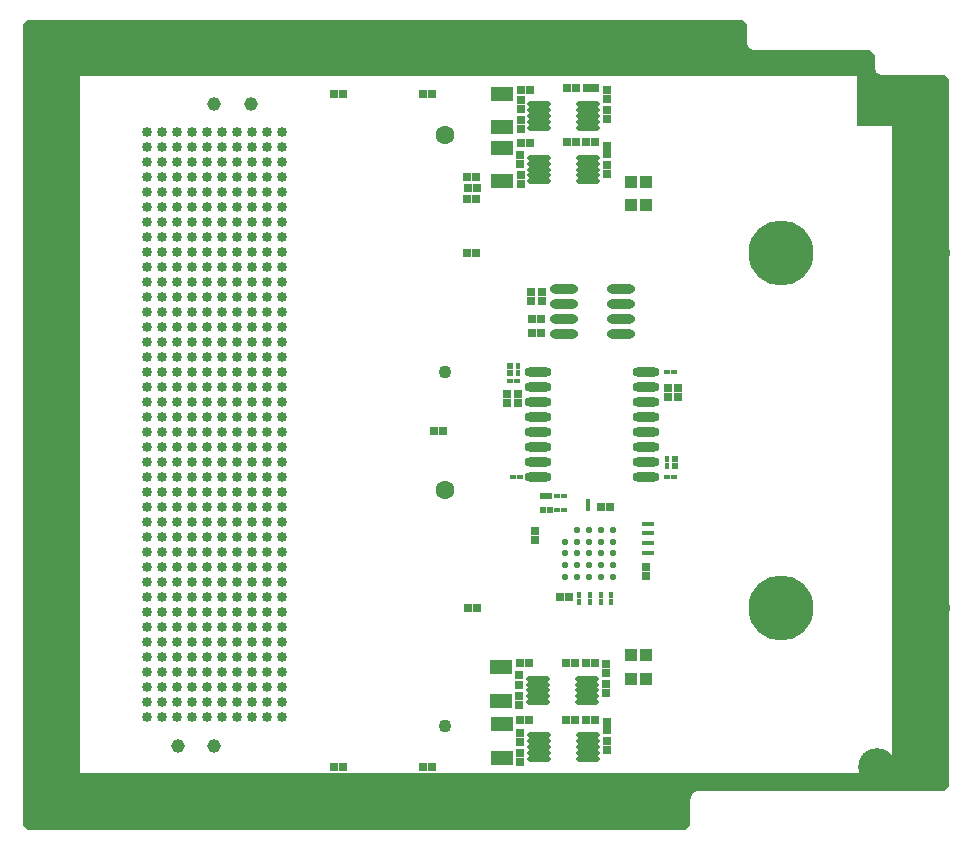
<source format=gbs>
G04*
G04 #@! TF.GenerationSoftware,Altium Limited,Altium NEXUS,4.1.1 (18)*
G04*
G04 Layer_Color=16711935*
%FSLAX44Y44*%
%MOMM*%
G71*
G04*
G04 #@! TF.SameCoordinates,414CCE93-DEC9-4F78-9D08-55E8399EB41D*
G04*
G04*
G04 #@! TF.FilePolarity,Negative*
G04*
G01*
G75*
%ADD23C,1.9000*%
%ADD26C,0.8432*%
%ADD27R,1.0532X1.1032*%
%ADD30R,0.7032X0.6532*%
%ADD31R,0.7632X0.7232*%
%ADD32C,1.1732*%
%ADD33C,5.5032*%
%ADD34C,4.6032*%
%ADD35C,1.1000*%
%ADD36C,1.6000*%
%ADD37C,3.2032*%
%ADD38C,3.7032*%
%ADD75R,0.7532X0.7032*%
%ADD76R,0.5232X0.5632*%
%ADD77R,0.4532X0.5532*%
%ADD78R,0.5532X0.4532*%
%ADD79R,0.5632X0.5232*%
%ADD80R,0.6532X0.7532*%
%ADD81C,0.5532*%
%ADD82R,0.6532X0.7032*%
%ADD83O,2.4032X0.8032*%
%ADD84R,0.7232X0.7632*%
%ADD85O,2.3032X0.8032*%
%ADD86R,1.9032X1.2532*%
%ADD87O,2.0032X0.5032*%
G36*
X430961Y654155D02*
Y639000D01*
X430981Y638901D01*
X430971Y638800D01*
X431067Y637825D01*
X431154Y637538D01*
X431212Y637244D01*
X431959Y635442D01*
X432401Y634780D01*
X433780Y633401D01*
X433780Y633401D01*
X434442Y632959D01*
X436244Y632212D01*
X436538Y632154D01*
X436825Y632067D01*
X437800Y631971D01*
X437901Y631981D01*
X438000Y631961D01*
X535155D01*
X538961Y628155D01*
Y618000D01*
X538981Y617901D01*
X538971Y617800D01*
X539067Y616825D01*
X539154Y616538D01*
X539212Y616244D01*
X539959Y614442D01*
X540401Y613780D01*
X541181Y613000D01*
X541780Y612401D01*
X541780Y612401D01*
X542442Y611959D01*
X544244Y611212D01*
X544538Y611154D01*
X544825Y611067D01*
X545800Y610971D01*
X545901Y610981D01*
X546000Y610961D01*
X598155D01*
X601961Y607155D01*
Y315000D01*
X601961Y8845D01*
X598106Y4990D01*
X390000Y5039D01*
X389901Y5019D01*
X389800Y5029D01*
X388825Y4933D01*
X388538Y4846D01*
X388244Y4788D01*
X386442Y4041D01*
X386442D01*
X386000Y3746D01*
X385780Y3599D01*
Y3599D01*
X385780D01*
X384401Y2220D01*
Y2220D01*
X384401D01*
X384254Y2000D01*
X383959Y1558D01*
Y1558D01*
X383212Y-244D01*
X383154Y-538D01*
X383067Y-825D01*
X382971Y-1800D01*
X382981Y-1901D01*
X382961Y-2000D01*
Y-24155D01*
X379155Y-27961D01*
X-178155D01*
X-181961Y-24155D01*
Y315000D01*
Y654155D01*
X-178155Y657961D01*
X427155D01*
X430961Y654155D01*
D02*
G37*
%LPC*%
G36*
X206642Y610096D02*
X206394Y610096D01*
X206150Y610047D01*
X206036Y610000D01*
X14000Y610000D01*
X-134000Y610000D01*
Y315000D01*
Y20000D01*
X14000Y20000D01*
X206035Y20000D01*
X554000Y20000D01*
Y315000D01*
Y568000D01*
X524000D01*
Y610000D01*
X207000D01*
X206885Y610047D01*
X206642Y610096D01*
D02*
G37*
%LPD*%
D23*
X469500Y160000D02*
G03*
X469500Y160000I-9500J0D01*
G01*
Y460000D02*
G03*
X469500Y460000I-9500J0D01*
G01*
X589500Y160000D02*
G03*
X589500Y160000I-9500J0D01*
G01*
Y460000D02*
G03*
X589500Y460000I-9500J0D01*
G01*
D26*
X-39050Y194350D02*
D03*
Y207050D02*
D03*
Y245150D02*
D03*
Y270550D02*
D03*
Y283250D02*
D03*
X-51750Y181650D02*
D03*
Y194350D02*
D03*
Y232450D02*
D03*
Y245150D02*
D03*
X-77150Y80050D02*
D03*
Y92750D02*
D03*
Y105450D02*
D03*
Y118150D02*
D03*
Y130850D02*
D03*
Y143550D02*
D03*
Y156250D02*
D03*
Y168950D02*
D03*
Y181650D02*
D03*
Y194350D02*
D03*
Y207050D02*
D03*
Y219750D02*
D03*
Y232450D02*
D03*
Y245150D02*
D03*
Y257850D02*
D03*
Y270550D02*
D03*
Y283250D02*
D03*
Y295950D02*
D03*
Y308650D02*
D03*
Y321350D02*
D03*
Y334050D02*
D03*
Y346750D02*
D03*
Y359450D02*
D03*
Y372150D02*
D03*
Y384850D02*
D03*
Y397550D02*
D03*
Y410250D02*
D03*
Y422950D02*
D03*
Y435650D02*
D03*
Y448350D02*
D03*
Y461050D02*
D03*
Y473750D02*
D03*
Y486450D02*
D03*
Y499150D02*
D03*
Y511850D02*
D03*
Y524550D02*
D03*
Y537250D02*
D03*
Y549950D02*
D03*
Y562650D02*
D03*
Y67350D02*
D03*
X-64450D02*
D03*
Y80050D02*
D03*
Y92750D02*
D03*
Y105450D02*
D03*
Y118150D02*
D03*
Y130850D02*
D03*
Y143550D02*
D03*
Y156250D02*
D03*
Y168950D02*
D03*
Y181650D02*
D03*
Y194350D02*
D03*
Y207050D02*
D03*
Y219750D02*
D03*
Y232450D02*
D03*
Y245150D02*
D03*
Y257850D02*
D03*
Y270550D02*
D03*
Y283250D02*
D03*
Y295950D02*
D03*
Y308650D02*
D03*
Y321350D02*
D03*
Y334050D02*
D03*
Y346750D02*
D03*
Y359450D02*
D03*
Y372150D02*
D03*
Y384850D02*
D03*
Y397550D02*
D03*
Y410250D02*
D03*
Y422950D02*
D03*
Y435650D02*
D03*
Y448350D02*
D03*
Y461050D02*
D03*
Y473750D02*
D03*
Y486450D02*
D03*
Y499150D02*
D03*
Y511850D02*
D03*
Y524550D02*
D03*
Y537250D02*
D03*
Y549950D02*
D03*
Y562650D02*
D03*
X-51750Y67350D02*
D03*
Y80050D02*
D03*
Y92750D02*
D03*
Y105450D02*
D03*
Y118150D02*
D03*
Y130850D02*
D03*
Y143550D02*
D03*
Y156250D02*
D03*
Y168950D02*
D03*
Y207050D02*
D03*
Y219750D02*
D03*
Y257850D02*
D03*
Y270550D02*
D03*
Y283250D02*
D03*
Y295950D02*
D03*
Y308650D02*
D03*
Y321350D02*
D03*
Y334050D02*
D03*
Y346750D02*
D03*
Y359450D02*
D03*
Y372150D02*
D03*
Y384850D02*
D03*
Y397550D02*
D03*
Y410250D02*
D03*
Y422950D02*
D03*
Y435650D02*
D03*
Y448350D02*
D03*
Y461050D02*
D03*
Y473750D02*
D03*
Y486450D02*
D03*
Y499150D02*
D03*
Y511850D02*
D03*
Y524550D02*
D03*
Y537250D02*
D03*
Y549950D02*
D03*
Y562650D02*
D03*
X-39050Y80050D02*
D03*
Y92750D02*
D03*
Y105450D02*
D03*
Y118150D02*
D03*
Y130850D02*
D03*
Y143550D02*
D03*
Y156250D02*
D03*
Y168950D02*
D03*
Y181650D02*
D03*
Y219750D02*
D03*
Y232450D02*
D03*
Y257850D02*
D03*
Y295950D02*
D03*
Y308650D02*
D03*
Y321350D02*
D03*
Y334050D02*
D03*
Y346750D02*
D03*
Y359450D02*
D03*
Y372150D02*
D03*
Y384850D02*
D03*
Y397550D02*
D03*
Y410250D02*
D03*
Y422950D02*
D03*
Y435650D02*
D03*
Y448350D02*
D03*
Y461050D02*
D03*
Y473750D02*
D03*
Y486450D02*
D03*
Y499150D02*
D03*
Y511850D02*
D03*
Y524550D02*
D03*
Y537250D02*
D03*
Y549950D02*
D03*
Y562650D02*
D03*
X-26350Y67350D02*
D03*
Y80050D02*
D03*
Y92750D02*
D03*
Y105450D02*
D03*
Y118150D02*
D03*
Y130850D02*
D03*
Y143550D02*
D03*
Y156250D02*
D03*
Y168950D02*
D03*
Y181650D02*
D03*
Y194350D02*
D03*
Y207050D02*
D03*
Y219750D02*
D03*
Y232450D02*
D03*
Y245150D02*
D03*
Y257850D02*
D03*
Y270550D02*
D03*
Y283250D02*
D03*
Y295950D02*
D03*
Y308650D02*
D03*
Y321350D02*
D03*
Y334050D02*
D03*
Y346750D02*
D03*
Y359450D02*
D03*
Y372150D02*
D03*
Y384850D02*
D03*
Y397550D02*
D03*
Y410250D02*
D03*
Y422950D02*
D03*
Y435650D02*
D03*
Y448350D02*
D03*
Y461050D02*
D03*
Y473750D02*
D03*
Y486450D02*
D03*
Y499150D02*
D03*
Y511850D02*
D03*
Y524550D02*
D03*
Y537250D02*
D03*
Y549950D02*
D03*
Y562650D02*
D03*
X-13650Y67350D02*
D03*
Y80050D02*
D03*
Y92750D02*
D03*
Y105450D02*
D03*
Y118150D02*
D03*
Y130850D02*
D03*
Y143550D02*
D03*
Y156250D02*
D03*
Y168950D02*
D03*
Y181650D02*
D03*
Y194350D02*
D03*
Y207050D02*
D03*
Y219750D02*
D03*
Y232450D02*
D03*
Y245150D02*
D03*
Y257850D02*
D03*
Y270550D02*
D03*
Y283250D02*
D03*
Y295950D02*
D03*
Y308650D02*
D03*
Y321350D02*
D03*
Y334050D02*
D03*
Y346750D02*
D03*
Y359450D02*
D03*
Y372150D02*
D03*
Y384850D02*
D03*
Y397550D02*
D03*
Y410250D02*
D03*
Y422950D02*
D03*
Y435650D02*
D03*
Y448350D02*
D03*
Y461050D02*
D03*
Y473750D02*
D03*
Y486450D02*
D03*
Y499150D02*
D03*
Y511850D02*
D03*
Y524550D02*
D03*
Y537250D02*
D03*
Y549950D02*
D03*
Y562650D02*
D03*
X-39050Y67350D02*
D03*
X-950D02*
D03*
Y80050D02*
D03*
Y92750D02*
D03*
Y105450D02*
D03*
Y118150D02*
D03*
Y130850D02*
D03*
Y143550D02*
D03*
Y156250D02*
D03*
Y168950D02*
D03*
Y181650D02*
D03*
Y194350D02*
D03*
Y207050D02*
D03*
Y219750D02*
D03*
Y232450D02*
D03*
Y245150D02*
D03*
Y257850D02*
D03*
Y270550D02*
D03*
Y283250D02*
D03*
Y295950D02*
D03*
Y308650D02*
D03*
Y321350D02*
D03*
Y334050D02*
D03*
Y346750D02*
D03*
Y359450D02*
D03*
Y372150D02*
D03*
Y384850D02*
D03*
Y397550D02*
D03*
Y410250D02*
D03*
Y422950D02*
D03*
Y435650D02*
D03*
Y448350D02*
D03*
Y461050D02*
D03*
Y473750D02*
D03*
Y486450D02*
D03*
Y499150D02*
D03*
Y511850D02*
D03*
Y524550D02*
D03*
Y537250D02*
D03*
Y549950D02*
D03*
Y562650D02*
D03*
X11750Y67350D02*
D03*
Y80050D02*
D03*
Y92750D02*
D03*
Y105450D02*
D03*
Y118150D02*
D03*
Y130850D02*
D03*
Y143550D02*
D03*
Y156250D02*
D03*
Y168950D02*
D03*
Y181650D02*
D03*
Y194350D02*
D03*
Y207050D02*
D03*
Y219750D02*
D03*
Y232450D02*
D03*
Y245150D02*
D03*
Y257850D02*
D03*
Y270550D02*
D03*
Y283250D02*
D03*
Y295950D02*
D03*
Y308650D02*
D03*
Y321350D02*
D03*
Y334050D02*
D03*
Y346750D02*
D03*
Y359450D02*
D03*
Y372150D02*
D03*
Y384850D02*
D03*
Y397550D02*
D03*
Y410250D02*
D03*
Y422950D02*
D03*
Y435650D02*
D03*
Y448350D02*
D03*
Y461050D02*
D03*
Y473750D02*
D03*
Y486450D02*
D03*
Y499150D02*
D03*
Y511850D02*
D03*
Y524550D02*
D03*
Y537250D02*
D03*
Y549950D02*
D03*
Y562650D02*
D03*
X24450Y67350D02*
D03*
Y80050D02*
D03*
Y92750D02*
D03*
Y105450D02*
D03*
Y118150D02*
D03*
Y130850D02*
D03*
Y143550D02*
D03*
Y156250D02*
D03*
Y168950D02*
D03*
Y181650D02*
D03*
Y194350D02*
D03*
Y207050D02*
D03*
Y219750D02*
D03*
Y232450D02*
D03*
Y245150D02*
D03*
Y257850D02*
D03*
Y270550D02*
D03*
Y283250D02*
D03*
Y295950D02*
D03*
Y308650D02*
D03*
Y321350D02*
D03*
Y334050D02*
D03*
Y346750D02*
D03*
Y359450D02*
D03*
Y372150D02*
D03*
Y384850D02*
D03*
Y397550D02*
D03*
Y410250D02*
D03*
Y422950D02*
D03*
Y435650D02*
D03*
Y448350D02*
D03*
Y461050D02*
D03*
Y473750D02*
D03*
Y486450D02*
D03*
Y499150D02*
D03*
Y511850D02*
D03*
Y524550D02*
D03*
Y537250D02*
D03*
Y549950D02*
D03*
Y562650D02*
D03*
X37150Y67350D02*
D03*
Y80050D02*
D03*
Y92750D02*
D03*
Y105450D02*
D03*
Y118150D02*
D03*
Y130850D02*
D03*
Y143550D02*
D03*
Y156250D02*
D03*
Y168950D02*
D03*
Y181650D02*
D03*
Y194350D02*
D03*
Y207050D02*
D03*
Y219750D02*
D03*
Y232450D02*
D03*
Y245150D02*
D03*
Y257850D02*
D03*
Y270550D02*
D03*
Y283250D02*
D03*
Y295950D02*
D03*
Y308650D02*
D03*
Y321350D02*
D03*
Y334050D02*
D03*
Y346750D02*
D03*
Y359450D02*
D03*
Y372150D02*
D03*
Y384850D02*
D03*
Y397550D02*
D03*
Y410250D02*
D03*
Y422950D02*
D03*
Y435650D02*
D03*
Y448350D02*
D03*
Y461050D02*
D03*
Y473750D02*
D03*
Y486450D02*
D03*
Y499150D02*
D03*
Y511850D02*
D03*
Y524550D02*
D03*
Y537250D02*
D03*
Y549950D02*
D03*
Y562650D02*
D03*
D27*
X332500Y501000D02*
D03*
X345500D02*
D03*
X332500Y120000D02*
D03*
X345500D02*
D03*
X332500Y520686D02*
D03*
X345500D02*
D03*
X332500Y100000D02*
D03*
X345500D02*
D03*
D30*
X156250Y595000D02*
D03*
X163750D02*
D03*
X194099Y506135D02*
D03*
X201599D02*
D03*
X201544Y524942D02*
D03*
X194044D02*
D03*
X256658Y404254D02*
D03*
X249158D02*
D03*
X256571Y392617D02*
D03*
X249071D02*
D03*
X201874Y515154D02*
D03*
X194374D02*
D03*
X201590Y460000D02*
D03*
X194090D02*
D03*
X202052Y160000D02*
D03*
X194552D02*
D03*
X81250Y595000D02*
D03*
X88750D02*
D03*
X81250Y25000D02*
D03*
X88750D02*
D03*
X156250D02*
D03*
X163750D02*
D03*
X301938Y112940D02*
D03*
X294438D02*
D03*
X277575Y112871D02*
D03*
X285075D02*
D03*
X301916Y64722D02*
D03*
X294416D02*
D03*
X277968Y64764D02*
D03*
X285468D02*
D03*
X302339Y554198D02*
D03*
X294839D02*
D03*
X278814Y554133D02*
D03*
X286314D02*
D03*
X302586Y599765D02*
D03*
X295086D02*
D03*
X278402Y599818D02*
D03*
X285902D02*
D03*
X166250Y310000D02*
D03*
X173750D02*
D03*
D31*
X280160Y168806D02*
D03*
X272360D02*
D03*
X307100Y245000D02*
D03*
X314900D02*
D03*
D32*
X10500Y586900D02*
D03*
X-20000Y43100D02*
D03*
Y586800D02*
D03*
X-50500Y43200D02*
D03*
D33*
X460000Y160000D02*
D03*
Y460000D02*
D03*
D34*
X580000Y460000D02*
D03*
Y160000D02*
D03*
D35*
X175000Y60000D02*
D03*
Y360000D02*
D03*
D36*
Y260000D02*
D03*
Y560000D02*
D03*
D37*
X541000Y25000D02*
D03*
D38*
X579000Y583000D02*
D03*
Y33000D02*
D03*
Y315000D02*
D03*
X380000Y635000D02*
D03*
X200000Y-5000D02*
D03*
X-159000Y15000D02*
D03*
Y165000D02*
D03*
Y615000D02*
D03*
Y465000D02*
D03*
Y315000D02*
D03*
X200000Y635000D02*
D03*
D75*
X238387Y113260D02*
D03*
X245887D02*
D03*
X238521Y65244D02*
D03*
X246021D02*
D03*
X239480Y553424D02*
D03*
X246980D02*
D03*
X239351Y598638D02*
D03*
X246851D02*
D03*
D76*
X370113Y285814D02*
D03*
Y280214D02*
D03*
X229974Y359013D02*
D03*
Y364613D02*
D03*
D77*
X363000Y280250D02*
D03*
Y285750D02*
D03*
X237147Y364493D02*
D03*
Y358993D02*
D03*
X307000Y170750D02*
D03*
Y165250D02*
D03*
X298000Y170750D02*
D03*
Y165250D02*
D03*
X289000Y170750D02*
D03*
Y165250D02*
D03*
X316000Y170750D02*
D03*
Y165250D02*
D03*
X296069Y244144D02*
D03*
Y249644D02*
D03*
D78*
X368750Y360000D02*
D03*
X363250D02*
D03*
X233000Y271000D02*
D03*
X238500D02*
D03*
X368752Y270523D02*
D03*
X363252D02*
D03*
X230364Y351620D02*
D03*
X235863D02*
D03*
X344250Y231000D02*
D03*
X349750D02*
D03*
X344205Y214613D02*
D03*
X349705D02*
D03*
X344250Y206000D02*
D03*
X349750D02*
D03*
X344250Y223000D02*
D03*
X349750D02*
D03*
X270250Y243000D02*
D03*
X275750D02*
D03*
X270141Y254326D02*
D03*
X275641D02*
D03*
D79*
X258200Y243000D02*
D03*
X263800D02*
D03*
X257782Y254430D02*
D03*
X263382D02*
D03*
D80*
X251000Y224750D02*
D03*
Y217250D02*
D03*
D81*
X317000Y186000D02*
D03*
Y196000D02*
D03*
Y206000D02*
D03*
Y216000D02*
D03*
Y226000D02*
D03*
X307000Y186000D02*
D03*
Y196000D02*
D03*
Y206000D02*
D03*
Y216000D02*
D03*
Y226000D02*
D03*
X297000Y186000D02*
D03*
Y196000D02*
D03*
Y206000D02*
D03*
Y216000D02*
D03*
Y226000D02*
D03*
X287000Y186000D02*
D03*
Y196000D02*
D03*
Y206000D02*
D03*
Y216000D02*
D03*
Y226000D02*
D03*
X277000Y186000D02*
D03*
Y196000D02*
D03*
Y206000D02*
D03*
Y216000D02*
D03*
D82*
X227796Y341235D02*
D03*
Y333735D02*
D03*
X247572Y419979D02*
D03*
Y427479D02*
D03*
X372347Y338540D02*
D03*
Y346040D02*
D03*
X311658Y112146D02*
D03*
Y104646D02*
D03*
Y87617D02*
D03*
Y95117D02*
D03*
X312617Y63581D02*
D03*
Y56081D02*
D03*
Y39284D02*
D03*
Y46784D02*
D03*
X312143Y598084D02*
D03*
Y590584D02*
D03*
Y573866D02*
D03*
Y581366D02*
D03*
X312151Y551251D02*
D03*
Y543751D02*
D03*
X312058Y527125D02*
D03*
Y534625D02*
D03*
D83*
X324000Y430050D02*
D03*
Y417350D02*
D03*
Y404650D02*
D03*
Y391950D02*
D03*
X276000Y430050D02*
D03*
Y417350D02*
D03*
Y404650D02*
D03*
Y391950D02*
D03*
D84*
X257577Y427467D02*
D03*
Y419667D02*
D03*
X236650Y333450D02*
D03*
Y341250D02*
D03*
X363581Y345950D02*
D03*
Y338150D02*
D03*
X238032Y102693D02*
D03*
Y94893D02*
D03*
X238470Y54361D02*
D03*
Y46561D02*
D03*
X238032Y77340D02*
D03*
Y85140D02*
D03*
X238630Y28990D02*
D03*
Y36790D02*
D03*
X239075Y543646D02*
D03*
Y535845D02*
D03*
X239217Y518786D02*
D03*
Y526586D02*
D03*
X239545Y589963D02*
D03*
Y582163D02*
D03*
X239599Y565110D02*
D03*
Y572910D02*
D03*
X345024Y194728D02*
D03*
Y186928D02*
D03*
D85*
X345750Y359450D02*
D03*
Y346750D02*
D03*
Y334050D02*
D03*
Y321350D02*
D03*
Y308650D02*
D03*
Y295950D02*
D03*
Y283250D02*
D03*
Y270550D02*
D03*
X254250Y359450D02*
D03*
Y346750D02*
D03*
Y334050D02*
D03*
Y321350D02*
D03*
Y308650D02*
D03*
Y295950D02*
D03*
Y283250D02*
D03*
Y270550D02*
D03*
D86*
X222781Y81068D02*
D03*
Y109568D02*
D03*
X223152Y33037D02*
D03*
Y61537D02*
D03*
X223742Y520969D02*
D03*
Y549469D02*
D03*
X223730Y566860D02*
D03*
Y595360D02*
D03*
D87*
X295318Y100003D02*
D03*
Y90003D02*
D03*
Y85003D02*
D03*
Y80003D02*
D03*
X254318Y90003D02*
D03*
Y85003D02*
D03*
Y80003D02*
D03*
Y100003D02*
D03*
Y95003D02*
D03*
X295318D02*
D03*
X296000Y531000D02*
D03*
Y526000D02*
D03*
Y521000D02*
D03*
X255000Y531000D02*
D03*
Y526000D02*
D03*
Y521000D02*
D03*
Y541000D02*
D03*
X296000D02*
D03*
X255000Y536000D02*
D03*
X296000D02*
D03*
X296062Y586425D02*
D03*
Y581425D02*
D03*
Y576425D02*
D03*
Y571425D02*
D03*
Y566425D02*
D03*
X255062Y576425D02*
D03*
Y571425D02*
D03*
Y566425D02*
D03*
Y586425D02*
D03*
Y581425D02*
D03*
X295915Y51967D02*
D03*
Y46967D02*
D03*
Y41967D02*
D03*
Y36967D02*
D03*
Y31967D02*
D03*
X254915Y41967D02*
D03*
Y36967D02*
D03*
Y31967D02*
D03*
Y51967D02*
D03*
Y46967D02*
D03*
M02*

</source>
